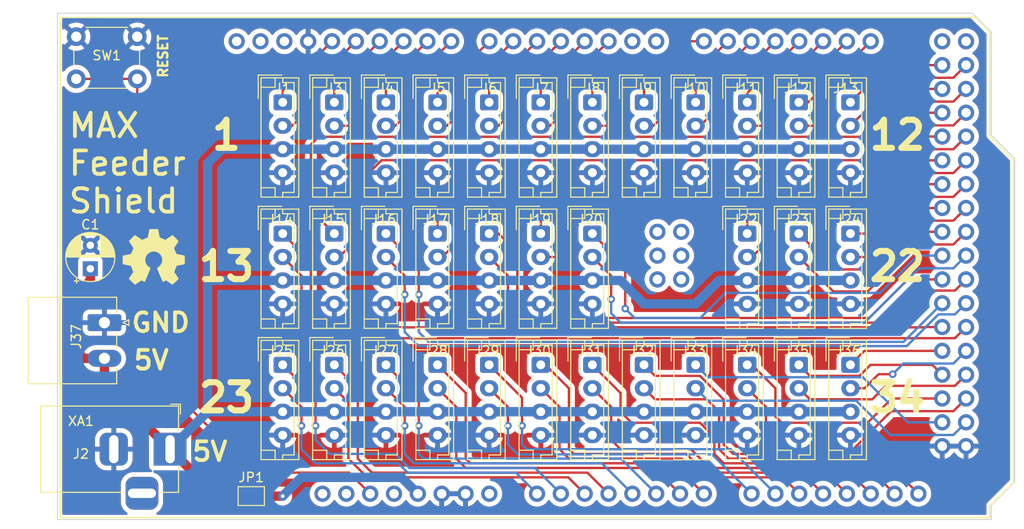
<source format=kicad_pcb>
(kicad_pcb (version 20211014) (generator pcbnew)
  (layers (0 "F.Cu" signal) (31 "B.Cu" signal) (34 "B.Paste" user) (35 "F.Paste" user) (36 "B.SilkS" user "B.Silkscreen") (37 "F.SilkS" user "F.Silkscreen") (38 "B.Mask" user) (39 "F.Mask" user) (44 "Edge.Cuts" user))
  (net 0 "")
  (net 1 "F0")
  (net 2 "S0")
  (net 3 "+5V")
  (net 4 "GND")
  (net 6 "RESET")
  (net 17 "VCC")
  (net 18 "F1")
  (net 19 "S1")
  (net 20 "F2")
  (net 21 "S2")
  (net 22 "F3")
  (net 23 "S3")
  (net 24 "F4")
  (net 25 "S4")
  (net 26 "F5")
  (net 27 "S5")
  (net 28 "F6")
  (net 29 "S6")
  (net 30 "F7")
  (net 31 "S7")
  (net 32 "F8")
  (net 33 "S8")
  (net 34 "F9")
  (net 35 "S9")
  (net 36 "F10")
  (net 37 "S10")
  (net 38 "F11")
  (net 39 "S11")
  (net 40 "F12")
  (net 41 "S12")
  (net 42 "F24")
  (net 43 "S24")
  (net 44 "F13")
  (net 45 "S13")
  (net 46 "F25")
  (net 47 "S25")
  (net 48 "F14")
  (net 49 "S14")
  (net 50 "F26")
  (net 51 "S26")
  (net 52 "F16")
  (net 53 "S16")
  (net 54 "F28")
  (net 55 "S28")
  (net 56 "F17")
  (net 57 "S17")
  (net 58 "F29")
  (net 59 "S29")
  (net 60 "F18")
  (net 61 "S18")
  (net 62 "F30")
  (net 63 "S30")
  (net 64 "F19")
  (net 65 "S19")
  (net 66 "F31")
  (net 67 "S31")
  (net 68 "F20")
  (net 69 "S20")
  (net 70 "F32")
  (net 71 "S32")
  (net 72 "F21")
  (net 73 "S21")
  (net 74 "F33")
  (net 75 "S33")
  (net 76 "F22")
  (net 77 "S22")
  (net 78 "F34")
  (net 79 "S34")
  (net 80 "F23")
  (net 81 "S23")
  (net 88 "S15")
  (net 89 "F15")
  (footprint "Connector_JST:JST_EH_B4B-EH-A_1x04_P2.50mm_Vertical" (layer "F.Cu") (at 146.5 78.5 -90)
    (fp_text reference "J34")
    (fp_text value "Conn_01x04_Male")
  )
  (footprint "Connector_JST:JST_EH_B4B-EH-A_1x04_P2.50mm_Vertical" (layer "F.Cu") (at 130 50.5 -90)
    (fp_text reference "J8")
    (fp_text value "Conn_01x04_Male")
  )
  (footprint "Connector_JST:JST_EH_B4B-EH-A_1x04_P2.50mm_Vertical" (layer "F.Cu") (at 97 78.5 -90)
    (fp_text reference "J25")
    (fp_text value "Conn_01x04_Male")
  )
  (footprint "Connector_BarrelJack:BarrelJack_Horizontal" (layer "F.Cu") (at 85 87.5)
    (fp_text reference "J2")
    (fp_text value "Barrel_Jack_Switch")
  )
  (footprint "Connector_JST:JST_EH_B4B-EH-A_1x04_P2.50mm_Vertical" (layer "F.Cu") (at 113.5 78.5 -90)
    (fp_text reference "J28")
    (fp_text value "Conn_01x04_Male")
  )
  (footprint "Connector_JST:JST_EH_B4B-EH-A_1x04_P2.50mm_Vertical" (layer "F.Cu") (at 152 78.5 -90)
    (fp_text reference "J35")
    (fp_text value "Conn_01x04_Male")
  )
  (footprint "Connector_JST:JST_EH_B4B-EH-A_1x04_P2.50mm_Vertical" (layer "F.Cu") (at 102.5 50.5 -90)
    (fp_text reference "J3")
    (fp_text value "Conn_01x04_Male")
  )
  (footprint "Connector_JST:JST_EH_B4B-EH-A_1x04_P2.50mm_Vertical" (layer "F.Cu") (at 97 50.5 -90)
    (fp_text reference "J1")
    (fp_text value "Conn_01x04_Male")
  )
  (footprint "Connector_JST:JST_EH_B4B-EH-A_1x04_P2.50mm_Vertical" (layer "F.Cu") (at 102.5 78.5 -90)
    (fp_text reference "J26")
    (fp_text value "Conn_01x04_Male")
  )
  (footprint "Connector_JST:JST_EH_B4B-EH-A_1x04_P2.50mm_Vertical" (layer "F.Cu") (at 130 64.5 -90)
    (fp_text reference "J20")
    (fp_text value "Conn_01x04_Male")
  )
  (footprint "Connector_JST:JST_EH_B4B-EH-A_1x04_P2.50mm_Vertical" (layer "F.Cu") (at 146.5 50.5 -90)
    (fp_text reference "J11")
    (fp_text value "Conn_01x04_Male")
  )
  (footprint "Connector_JST:JST_EH_B4B-EH-A_1x04_P2.50mm_Vertical" (layer "F.Cu") (at 157.5 50.5 -90)
    (fp_text reference "J13")
    (fp_text value "Conn_01x04_Male")
  )
  (footprint "Connector_JST:JST_EH_B4B-EH-A_1x04_P2.50mm_Vertical" (layer "F.Cu") (at 135.5 78.5 -90)
    (fp_text reference "J32")
    (fp_text value "Conn_01x04_Male")
  )
  (footprint "Connector_JST:JST_EH_B4B-EH-A_1x04_P2.50mm_Vertical" (layer "F.Cu") (at 119 78.5 -90)
    (fp_text reference "J29")
    (fp_text value "Conn_01x04_Male")
  )
  (footprint "Connector_JST:JST_EH_B4B-EH-A_1x04_P2.50mm_Vertical" (layer "F.Cu") (at 124.5 64.5 -90)
    (fp_text reference "J19")
    (fp_text value "Conn_01x04_Male")
  )
  (footprint "Button_Switch_THT:SW_PUSH_6mm" (layer "F.Cu") (at 81.5 48 180)
    (fp_text reference "SW1")
    (fp_text value "SW_Push_Dual")
  )
  (footprint "Symbol:OSHW-Symbol_6.7x6mm_SilkScreen" (layer "F.Cu") (at 83.25 67)
    (fp_text reference "REF**" hide)
    (fp_text value "OSHW-Symbol_6.7x6mm_SilkScreen" hide)
  )
  (footprint "Connector_JST:JST_EH_B4B-EH-A_1x04_P2.50mm_Vertical" (layer "F.Cu") (at 141 78.5 -90)
    (fp_text reference "J33")
    (fp_text value "Conn_01x04_Male")
  )
  (footprint "Connector_JST:JST_EH_B4B-EH-A_1x04_P2.50mm_Vertical" (layer "F.Cu") (at 146.5 64.5 -90)
    (fp_text reference "J22")
    (fp_text value "Conn_01x04_Male")
  )
  (footprint "Connector_JST:JST_EH_B4B-EH-A_1x04_P2.50mm_Vertical" (layer "F.Cu") (at 119 64.5 -90)
    (fp_text reference "J18")
    (fp_text value "Conn_01x04_Male")
  )
  (footprint "Connector_JST:JST_EH_B4B-EH-A_1x04_P2.50mm_Vertical" (layer "F.Cu") (at 135.5 50.5 -90)
    (fp_text reference "J9")
    (fp_text value "Conn_01x04_Male")
  )
  (footprint "Connector_JST:JST_EH_B4B-EH-A_1x04_P2.50mm_Vertical" (layer "F.Cu") (at 152 64.5 -90)
    (fp_text reference "J23")
    (fp_text value "Conn_01x04_Male")
  )
  (footprint "Connector_JST:JST_EH_B4B-EH-A_1x04_P2.50mm_Vertical" (layer "F.Cu") (at 130 78.5 -90)
    (fp_text reference "J31")
    (fp_text value "Conn_01x04_Male")
  )
  (footprint "Connector_Phoenix_MC:PhoenixContact_MC_1,5_2-G-3.81_1x02_P3.81mm_Horizontal" (layer "F.Cu") (at 78 74 -90)
    (fp_text reference "J37")
    (fp_text value "Screw_Terminal_01x02")
  )
  (footprint "Connector_JST:JST_EH_B4B-EH-A_1x04_P2.50mm_Vertical" (layer "F.Cu") (at 157.5 78.5 -90)
    (fp_text reference "J36")
    (fp_text value "Conn_01x04_Male")
  )
  (footprint "Connector_JST:JST_EH_B4B-EH-A_1x04_P2.50mm_Vertical" (layer "F.Cu") (at 119 50.5 -90)
    (fp_text reference "J6")
    (fp_text value "Conn_01x04_Male")
  )
  (footprint "Arduino2:Arduino_Mega2560_Shield_NO_HOLES" (layer "F.Cu") (at 73.3 94.79)
    (fp_text reference "XA1")
    (fp_text value "Arduino_Mega2560_Shield")
  )
  (footprint "Connector_JST:JST_EH_B4B-EH-A_1x04_P2.50mm_Vertical" (layer "F.Cu") (at 113.5 64.5 -90)
    (fp_text reference "J17")
    (fp_text value "Conn_01x04_Male")
  )
  (footprint "Connector_JST:JST_EH_B4B-EH-A_1x04_P2.50mm_Vertical" (layer "F.Cu") (at 152 50.5 -90)
    (fp_text reference "J12")
    (fp_text value "Conn_01x04_Male")
  )
  (footprint "Connector_JST:JST_EH_B4B-EH-A_1x04_P2.50mm_Vertical" (layer "F.Cu") (at 108 50.5 -90)
    (fp_text reference "J4")
    (fp_text value "Conn_01x04_Male")
  )
  (footprint "Connector_JST:JST_EH_B4B-EH-A_1x04_P2.50mm_Vertical" (layer "F.Cu") (at 108 64.5 -90)
    (fp_text reference "J16")
    (fp_text value "Conn_01x04_Male")
  )
  (footprint "Connector_JST:JST_EH_B4B-EH-A_1x04_P2.50mm_Vertical" (layer "F.Cu") (at 108 78.5 -90)
    (fp_text reference "J27")
    (fp_text value "Conn_01x04_Male")
  )
  (footprint "Connector_JST:JST_EH_B4B-EH-A_1x04_P2.50mm_Vertical" (layer "F.Cu") (at 157.5 64.5 -90)
    (fp_text reference "J24")
    (fp_text value "Conn_01x04_Male")
  )
  (footprint "Connector_JST:JST_EH_B4B-EH-A_1x04_P2.50mm_Vertical" (layer "F.Cu") (at 141 50.5 -90)
    (fp_text reference "J10")
    (fp_text value "Conn_01x04_Male")
  )
  (footprint "Connector_JST:JST_EH_B4B-EH-A_1x04_P2.50mm_Vertical" (layer "F.Cu") (at 124.5 50.5 -90)
    (fp_text reference "J7")
    (fp_text value "Conn_01x04_Male")
  )
  (footprint "Capacitor_THT:CP_Radial_D5.0mm_P2.50mm" (layer "F.Cu") (at 76.5 68.25 90)
    (fp_text reference "C1")
    (fp_text value "10uf")
  )
  (footprint "Connector_JST:JST_EH_B4B-EH-A_1x04_P2.50mm_Vertical" (layer "F.Cu") (at 124.5 78.5 -90)
    (fp_text reference "J30")
    (fp_text value "Conn_01x04_Male")
  )
  (footprint "Connector_JST:JST_EH_B4B-EH-A_1x04_P2.50mm_Vertical" (layer "F.Cu") (at 102.5 64.5 -90)
    (fp_text reference "J15")
    (fp_text value "Conn_01x04_Male")
  )
  (footprint "Connector_JST:JST_EH_B4B-EH-A_1x04_P2.50mm_Vertical" (layer "F.Cu") (at 113.5 50.5 -90)
    (fp_text reference "J5")
    (fp_text value "Conn_01x04_Male")
  )
  (footprint "Connector_JST:JST_EH_B4B-EH-A_1x04_P2.50mm_Vertical" (layer "F.Cu") (at 97 64.5 -90)
    (fp_text reference "J14")
    (fp_text value "Conn_01x04_Male")
  )
  (footprint "Jumper:SolderJumper-2_P1.3mm_Open_Pad1.0x1.5mm" (layer "F.Cu") (at 93.65 92.5 180)
    (fp_text reference "JP1")
    (fp_text value "SolderJumper_2_Open")
  )
  (gr_line (start 170.5 41) (end 73 41) (layer "Edge.Cuts") (width 0.1))
  (gr_line (start 73 41) (end 73 95) (layer "Edge.Cuts") (width 0.1))
  (gr_line (start 172.5 93.5) (end 175 91) (layer "Edge.Cuts") (width 0.1))
  (gr_line (start 172.5 95) (end 172.5 93.5) (layer "Edge.Cuts") (width 0.1))
  (gr_line (start 73 95) (end 172.5 95) (layer "Edge.Cuts") (width 0.1))
  (gr_line (start 172.5 43) (end 170.5 41) (layer "Edge.Cuts") (width 0.1))
  (gr_line (start 175 91) (end 175 56.5) (layer "Edge.Cuts") (width 0.1))
  (gr_line (start 172.5 54) (end 172.5 43) (layer "Edge.Cuts") (width 0.1))
  (gr_line (start 175 56.5) (end 172.5 54) (layer "Edge.Cuts") (width 0.1))
  (gr_text "RESET" (at 84.25 48 90) (layer "F.SilkS") (effects (font (size 1 1) (thickness 0.25)) (justify left)))
  (gr_text "23" (at 91 82) (layer "F.SilkS") (effects (font (size 3 3) (thickness 0.65))))
  (gr_text "22" (at 162.5 68) (layer "F.SilkS") (effects (font (size 3 3) (thickness 0.65))))
  (gr_text "5V" (at 83 78) (layer "F.SilkS") (effects (font (size 2 2) (thickness 0.4))))
  (gr_text "13" (at 91 68) (layer "F.SilkS") (effects (font (size 3 3) (thickness 0.65))))
  (gr_text "GND" (at 84 74) (layer "F.SilkS") (effects (font (size 2 2) (thickness 0.4))))
  (gr_text "34" (at 162.5 82) (layer "F.SilkS") (effects (font (size 3 3) (thickness 0.65))))
  (gr_text "12" (at 162.5 54) (layer "F.SilkS") (effects (font (size 3 3) (thickness 0.65))))
  (gr_text "5V" (at 89.25 87.75) (layer "F.SilkS") (effects (font (size 2 2) (thickness 0.4))))
  (gr_text "1" (at 91 54) (layer "F.SilkS") (effects (font (size 3 3) (thickness 0.65))))
  (gr_text "MAX\nFeeder\nShield" (at 74 57) (layer "F.SilkS") (effects (font (size 2.5 2.5) (thickness 0.4)) (justify left)))
  (segment (start 102.256 43.99) (end 97 49.246) (width 0.25) (layer "F.Cu") (net 1))
  (segment (start 97 49.246) (end 97 50.5) (width 0.25) (layer "F.Cu") (net 1))
  (segment (start 104.796 43.99) (end 99 49.786) (width 0.25) (layer "F.Cu") (net 2))
  (segment (start 99 49.786) (end 99 52) (width 0.25) (layer "F.Cu") (net 2))
  (segment (start 98 53) (end 97 53) (width 0.25) (layer "F.Cu") (net 2))
  (segment (start 99 52) (end 98 53) (width 0.25) (layer "F.Cu") (net 2))
  (segment (start 75 71) (end 75 77) (width 1) (layer "F.Cu") (net 3))
  (segment (start 76.5 68.294888) (end 76.5 69.5) (width 1) (layer "F.Cu") (net 3))
  (segment (start 78 77.81) (end 78 80.5) (width 1) (layer "F.Cu") (net 3))
  (segment (start 75.81 77.81) (end 78 77.81) (width 1) (layer "F.Cu") (net 3))
  (segment (start 76.5 69.5) (end 75 71) (width 1) (layer "F.Cu") (net 3))
  (segment (start 90 92.5) (end 85 87.5) (width 1) (layer "F.Cu") (net 3))
  (segment (start 75 77) (end 75.81 77.81) (width 1) (layer "F.Cu") (net 3))
  (segment (start 93 92.5) (end 90 92.5) (width 1) (layer "F.Cu") (net 3))
  (segment (start 78 80.5) (end 85 87.5) (width 1) (layer "F.Cu") (net 3))
  (segment (start 152 55.5) (end 146.5 55.5) (width 1) (layer "B.Cu") (net 3))
  (segment (start 141 72) (end 135.5 72) (width 1) (layer "B.Cu") (net 3))
  (segment (start 135.5 55.5) (end 130 55.5) (width 1) (layer "B.Cu") (net 3))
  (segment (start 152 69.5) (end 146.5 69.5) (width 1) (layer "B.Cu") (net 3))
  (segment (start 157.5 83.5) (end 152 83.5) (width 1) (layer "B.Cu") (net 3))
  (segment (start 90.5 55.5) (end 89 57) (width 1) (layer "B.Cu") (net 3))
  (segment (start 135.5 72) (end 133 69.5) (width 1) (layer "B.Cu") (net 3))
  (segment (start 133 69.5) (end 130 69.5) (width 1) (layer "B.Cu") (net 3))
  (segment (start 119 69.5) (end 113.5 69.5) (width 1) (layer "B.Cu") (net 3))
  (segment (start 97 55.5) (end 90.5 55.5) (width 1) (layer "B.Cu") (net 3))
  (segment (start 124.5 69.5) (end 119 69.5) (width 1) (layer "B.Cu") (net 3))
  (segment (start 130 83.5) (end 135.5 83.5) (width 1) (layer "B.Cu") (net 3))
  (segment (start 102.5 55.5) (end 97 55.5) (width 1) (layer "B.Cu") (net 3))
  (segment (start 89 57) (end 89 69.5) (width 1) (layer "B.Cu") (net 3))
  (segment (start 146.5 55.5) (end 141 55.5) (width 1) (layer "B.Cu") (net 3))
  (segment (start 130 83.5) (end 124.5 83.5) (width 1) (layer "B.Cu") (net 3))
  (segment (start 108 69.5) (end 102.5 69.5) (width 1) (layer "B.Cu") (net 3))
  (segment (start 141 83.5) (end 146.5 83.5) (width 1) (layer "B.Cu") (net 3))
  (segment (start 124.5 55.5) (end 119 55.5) (width 1) (layer "B.Cu") (net 3))
  (segment (start 97 83.5) (end 89 83.5) (width 1) (layer "B.Cu") (net 3))
  (segment (start 113.5 55.5) (end 108 55.5) (width 1) (layer "B.Cu") (net 3))
  (segment (start 119 55.5) (end 113.5 55.5) (width 1) (layer "B.Cu") (net 3))
  (segment (start 143.5 69.5) (end 141 72) (width 1) (layer "B.Cu") (net 3))
  (segment (start 130 55.5) (end 124.5 55.5) (width 1) (layer "B.Cu") (net 3))
  (segment (start 135.5 83.5) (end 141 83.5) (width 1) (layer "B.Cu") (net 3))
  (segment (start 102.5 83.5) (end 108 83.5) (width 1) (layer "B.Cu") (net 3))
  (segment (start 97 83.5) (end 102.5 83.5) (width 1) (layer "B.Cu") (net 3))
  (segment (start 89 83.5) (end 85 87.5) (width 1) (layer "B.Cu") (net 3))
  (segment (start 119 83.5) (end 124.5 83.5) (width 1) (layer "B.Cu") (net 3))
  (segment (start 113.5 69.5) (end 108 69.5) (width 1) (layer "B.Cu") (net 3))
  (segment (start 102.5 69.5) (end 97 69.5) (width 1) (layer "B.Cu") (net 3))
  (segment (start 108 83.5) (end 113.5 83.5) (width 1) (layer "B.Cu") (net 3))
  (segment (start 157.5 69.5) (end 152 69.5) (width 1) (layer "B.Cu") (net 3))
  (segment (start 97 69.5) (end 89 69.5) (width 1) (layer "B.Cu") (net 3))
  (segment (start 141 55.5) (end 135.5 55.5) (width 1) (layer "B.Cu") (net 3))
  (segment (start 108 55.5) (end 102.5 55.5) (width 1) (layer "B.Cu") (net 3))
  (segment (start 89 69.5) (end 89 83.5) (width 1) (layer "B.Cu") (net 3))
  (segment (start 146.5 83.5) (end 152 83.5) (width 1) (layer "B.Cu") (net 3))
  (segment (start 157.5 55.5) (end 152 55.5) (width 1) (layer "B.Cu") (net 3))
  (segment (start 130 69.5) (end 124.5 69.5) (width 1) (layer "B.Cu") (net 3))
  (segment (start 113.5 83.5) (end 119 83.5) (width 1) (layer "B.Cu") (net 3))
  (segment (start 146.5 69.5) (end 143.5 69.5) (width 1) (layer "B.Cu") (net 3))
  (segment (start 104.07 90) (end 94 90) (width 0.25) (layer "F.Cu") (net 6))
  (segment (start 106.32 92.25) (end 104.07 90) (width 0.25) (layer "F.Cu") (net 6))
  (segment (start 75 48) (end 81.5 48) (width 0.25) (layer "F.Cu") (net 6))
  (segment (start 94 90) (end 81.5 77.5) (width 0.25) (layer "F.Cu") (net 6))
  (segment (start 81.5 77.5) (end 81.5 48) (width 0.25) (layer "F.Cu") (net 6))
  (segment (start 94.3 92.5) (end 97 92.5) (width 1) (layer "F.Cu") (net 17))
  (via (at 97 92.5) (size 0.8) (drill 0.4) (layers "F.Cu" "B.Cu") (net 17))
  (segment (start 109.65 90.5) (end 99 90.5) (width 1) (layer "B.Cu") (net 17))
  (segment (start 111.4 92.25) (end 109.65 90.5) (width 1) (layer "B.Cu") (net 17))
  (segment (start 99 90.5) (end 97 92.5) (width 1) (layer "B.Cu") (net 17))
  (segment (start 102.5 48.826) (end 102.5 50.5) (width 0.25) (layer "F.Cu") (net 18))
  (segment (start 107.336 43.99) (end 102.5 48.826) (width 0.25) (layer "F.Cu") (net 18))
  (segment (start 105 52) (end 104 53) (width 0.25) (layer "F.Cu") (net 19))
  (segment (start 105 48.866) (end 105 52) (width 0.25) (layer "F.Cu") (net 19))
  (segment (start 104 53) (end 102.5 53) (width 0.25) (layer "F.Cu") (net 19))
  (segment (start 109.876 43.99) (end 105 48.866) (width 0.25) (layer "F.Cu") (net 19))
  (segment (start 108 48.406) (end 108 50.5) (width 0.25) (layer "F.Cu") (net 20))
  (segment (start 112.416 43.99) (end 108 48.406) (width 0.25) (layer "F.Cu") (net 20))
  (segment (start 114.956 43.99) (end 110.5 48.446) (width 0.25) (layer "F.Cu") (net 21))
  (segment (start 110.5 48.446) (end 110.5 51.5) (width 0.25) (layer "F.Cu") (net 21))
  (segment (start 110.5 51.5) (end 109 53) (width 0.25) (layer "F.Cu") (net 21))
  (segment (start 109 53) (end 108 53) (width 0.25) (layer "F.Cu") (net 21))
  (segment (start 119.02 43.99) (end 113.5 49.51) (width 0.25) (layer "F.Cu") (net 22))
  (segment (start 113.5 49.51) (end 113.5 50.5) (width 0.25) (layer "F.Cu") (net 22))
  (segment (start 121.56 43.99) (end 116 49.55) (width 0.25) (layer "F.Cu") (net 23))
  (segment (start 116 49.55) (end 116 51.5) (width 0.25) (layer "F.Cu") (net 23))
  (segment (start 114.5 53) (end 113.5 53) (width 0.25) (layer "F.Cu") (net 23))
  (segment (start 116 51.5) (end 114.5 53) (width 0.25) (layer "F.Cu") (net 23))
  (segment (start 124.1 43.99) (end 119 49.09) (width 0.25) (layer "F.Cu") (net 24))
  (segment (start 119 49.09) (end 119 50.5) (width 0.25) (layer "F.Cu") (net 24))
  (segment (start 121.5 49.13) (end 121.5 51.5) (width 0.25) (layer "F.Cu") (net 25))
  (segment (start 120 53) (end 119 53) (width 0.25) (layer "F.Cu") (net 25))
  (segment (start 126.64 43.99) (end 121.5 49.13) (width 0.25) (layer "F.Cu") (net 25))
  (segment (start 121.5 51.5) (end 120 53) (width 0.25) (layer "F.Cu") (net 25))
  (segment (start 129.18 43.99) (end 124.5 48.67) (width 0.25) (layer "F.Cu") (net 26))
  (segment (start 124.5 48.67) (end 124.5 50.5) (width 0.25) (layer "F.Cu") (net 26))
  (segment (start 127 48.71) (end 127 51.5) (width 0.25) (layer "F.Cu") (net 27))
  (segment (start 131.72 43.99) (end 127 48.71) (width 0.25) (layer "F.Cu") (net 27))
  (segment (start 125.5 53) (end 124.5 53) (width 0.25) (layer "F.Cu") (net 27))
  (segment (start 127 51.5) (end 125.5 53) (width 0.25) (layer "F.Cu") (net 27))
  (segment (start 133.5 47) (end 132.5 48) (width 0.25) (layer "F.Cu") (net 28))
  (segment (start 142.41 46) (end 139 46) (width 0.25) (layer "F.Cu") (net 28))
  (segment (start 144.42 43.99) (end 142.41 46) (width 0.25) (layer "F.Cu") (net 28))
  (segment (start 131.5 53) (end 130 53) (width 0.25) (layer "F.Cu") (net 28))
  (segment (start 138 47) (end 133.5 47) (width 0.25) (layer "F.Cu") (net 28))
  (segment (start 132.5 52) (end 131.5 53) (width 0.25) (layer "F.Cu") (net 28))
  (segment (start 139 46) (end 138 47) (width 0.25) (layer "F.Cu") (net 28))
  (segment (start 132.5 48) (end 132.5 52) (width 0.25) (layer "F.Cu") (net 28))
  (segment (start 137.5 46) (end 132 46) (width 0.25) (layer "F.Cu") (net 29))
  (segment (start 130 48) (end 130 50.5) (width 0.25) (layer "F.Cu") (net 29))
  (segment (start 141.88 43.99) (end 139.51 43.99) (width 0.25) (layer "F.Cu") (net 29))
  (segment (start 132 46) (end 130 48) (width 0.25) (layer "F.Cu") (net 29))
  (segment (start 139.51 43.99) (end 137.5 46) (width 0.25) (layer "F.Cu") (net 29))
  (segment (start 138 51.5) (end 136.5 53) (width 0.25) (layer "F.Cu") (net 30))
  (segment (start 147.49 46) (end 146.5 46) (width 0.25) (layer "F.Cu") (net 30))
  (segment (start 138 49.5) (end 138 51.5) (width 0.25) (layer "F.Cu") (net 30))
  (segment (start 139.5 48) (end 138 49.5) (width 0.25) (layer "F.Cu") (net 30))
  (segment (start 146.5 46) (end 144.5 48) (width 0.25) (layer "F.Cu") (net 30))
  (segment (start 149.5 43.99) (end 147.49 46) (width 0.25) (layer "F.Cu") (net 30))
  (segment (start 136.5 53) (end 135.5 53) (width 0.25) (layer "F.Cu") (net 30))
  (segment (start 144.5 48) (end 139.5 48) (width 0.25) (layer "F.Cu") (net 30))
  (segment (start 138.5 48) (end 136 48) (width 0.25) (layer "F.Cu") (net 31))
  (segment (start 135.5 48.5) (end 135.5 50.5) (width 0.25) (layer "F.Cu") (net 31))
  (segment (start 146.96 43.99) (end 143.95 47) (width 0.25) (layer "F.Cu") (net 31))
  (segment (start 139.5 47) (end 138.5 48) (width 0.25) (layer "F.Cu") (net 31))
  (segment (start 143.95 47) (end 139.5 47) (width 0.25) (layer "F.Cu") (net 31))
  (segment (start 136 48) (end 135.5 48.5) (width 0.25) (layer "F.Cu") (net 31))
  (segment (start 141.5 53) (end 141 53) (width 0.25) (layer "F.Cu") (net 32))
  (segment (start 144 49) (end 143.5 49.5) (width 0.25) (layer "F.Cu") (net 32))
  (segment (start 151 46) (end 149.5 47.5) (width 0.25) (layer "F.Cu") (net 32))
  (segment (start 143.5 49.5) (end 143.5 51) (width 0.25) (layer "F.Cu") (net 32))
  (segment (start 149.5 47.5) (end 147 47.5) (width 0.25) (layer "F.Cu") (net 32))
  (segment (start 154.58 43.99) (end 152.57 46) (width 0.25) (layer "F.Cu") (net 32))
  (segment (start 147 47.5) (end 145.5 49) (width 0.25) (layer "F.Cu") (net 32))
  (segment (start 145.5 49) (end 144 49) (width 0.25) (layer "F.Cu") (net 32))
  (segment (start 143.5 51) (end 141.5 53) (width 0.25) (layer "F.Cu") (net 32))
  (segment (start 152.57 46) (end 151 46) (width 0.25) (layer "F.Cu") (net 32))
  (segment (start 147 46.5) (end 145 48.5) (width 0.25) (layer "F.Cu") (net 33))
  (segment (start 149.53 46.5) (end 147 46.5) (width 0.25) (layer "F.Cu") (net 33))
  (segment (start 152.04 43.99) (end 149.53 46.5) (width 0.25) (layer "F.Cu") (net 33))
  (segment (start 145 48.5) (end 141.5 48.5) (width 0.25) (layer "F.Cu") (net 33))
  (segment (start 141.5 48.5) (end 141 49) (width 0.25) (layer "F.Cu") (net 33))
  (segment (start 141 49) (end 141 50.5) (width 0.25) (layer "F.Cu") (net 33))
  (segment (start 151.5 47) (end 150 48.5) (width 0.25) (layer "F.Cu") (net 34))
  (segment (start 154.11 47) (end 151.5 47) (width 0.25) (layer "F.Cu") (net 34))
  (segment (start 147.5 48.5) (end 146.5 49.5) (width 0.25) (layer "F.Cu") (net 34))
  (segment (start 146.5 49.5) (end 146.5 50.5) (width 0.25) (layer "F.Cu") (net 34))
  (segment (start 150 48.5) (end 147.5 48.5) (width 0.25) (layer "F.Cu") (net 34))
  (segment (start 157.12 43.99) (end 154.11 47) (width 0.25) (layer "F.Cu") (net 34))
  (segment (start 149 50.5) (end 149 52) (width 0.25) (layer "F.Cu") (net 35))
  (segment (start 148 53) (end 146.5 53) (width 0.25) (layer "F.Cu") (net 35))
  (segment (start 149 52) (end 148 53) (width 0.25) (layer "F.Cu") (net 35))
  (segment (start 157.65 46) (end 156.5 46) (width 0.25) (layer "F.Cu") (net 35))
  (segment (start 159.66 43.99) (end 157.65 46) (width 0.25) (layer "F.Cu") (net 35))
  (segment (start 151.5 48) (end 149 50.5) (width 0.25) (layer "F.Cu") (net 35))
  (segment (start 154.5 48) (end 151.5 48) (width 0.25) (layer "F.Cu") (net 35))
  (segment (start 156.5 46) (end 154.5 48) (width 0.25) (layer "F.Cu") (net 35))
  (segment (start 153 50.5) (end 152 50.5) (width 0.25) (layer "F.Cu") (net 36))
  (segment (start 167.28 46.53) (end 156.97 46.53) (width 0.25) (layer "F.Cu") (net 36))
  (segment (start 156.97 46.53) (end 153 50.5) (width 0.25) (layer "F.Cu") (net 36))
  (segment (start 168.468111 47.881889) (end 157.118111 47.881889) (width 0.25) (layer "F.Cu") (net 37))
  (segment (start 154.5 50.5) (end 154.5 52.5) (width 0.25) (layer "F.Cu") (net 37))
  (segment (start 154 53) (end 152 53) (width 0.25) (layer "F.Cu") (net 37))
  (segment (start 157.118111 47.881889) (end 154.5 50.5) (width 0.25) (layer "F.Cu") (net 37))
  (segment (start 169.82 46.53) (end 168.468111 47.881889) (width 0.25) (layer "F.Cu") (net 37))
  (segment (start 154.5 52.5) (end 154 53) (width 0.25) (layer "F.Cu") (net 37))
  (segment (start 167.28 49.07) (end 158.93 49.07) (width 0.25) (layer "F.Cu") (net 38))
  (segment (start 158.93 49.07) (end 157.5 50.5) (width 0.25) (layer "F.Cu") (net 38))
  (segment (start 160.078111 50.421889) (end 157.5 53) (width 0.25) (layer "F.Cu") (net 39))
  (segment (start 168.468111 50.421889) (end 160.078111 50.421889) (width 0.25) (layer "F.Cu") (net 39))
  (segment (start 169.82 49.07) (end 168.468111 50.421889) (width 0.25) (layer "F.Cu") (net 39))
  (segment (start 165.5 74.5) (end 165.53 74.47) (width 0.25) (layer "F.Cu") (net 40))
  (segment (start 100.5 74.5) (end 165.5 74.5) (width 0.25) (layer "F.Cu") (net 40))
  (segment (start 165.53 74.47) (end 167.28 74.47) (width 0.25) (layer "F.Cu") (net 40))
  (segment (start 100 74) (end 100 67.5) (width 0.25) (layer "F.Cu") (net 40))
  (segment (start 100 67.5) (end 97 64.5) (width 0.25) (layer "F.Cu") (net 40))
  (segment (start 100 74) (end 100.5 74.5) (width 0.25) (layer "F.Cu") (net 40))
  (segment (start 99 74) (end 99 69) (width 0.25) (layer "F.Cu") (net 41))
  (segment (start 100.658111 75.658111) (end 99 74) (width 0.25) (layer "F.Cu") (net 41))
  (segment (start 169.82 74.47) (end 168.631889 75.658111) (width 0.25) (layer "F.Cu") (net 41))
  (segment (start 99 69) (end 97 67) (width 0.25) (layer "F.Cu") (net 41))
  (segment (start 168.631889 75.658111) (end 100.658111 75.658111) (width 0.25) (layer "F.Cu") (net 41))
  (segment (start 100.82548 54.17452) (end 100 55) (width 0.25) (layer "F.Cu") (net 42))
  (segment (start 167.28 51.61) (end 161.56452 51.61) (width 0.25) (layer "F.Cu") (net 42))
  (segment (start 100.82548 54.17452) (end 159 54.17452) (width 0.25) (layer "F.Cu") (net 42))
  (segment (start 100 62) (end 102.5 64.5) (width 0.25) (layer "F.Cu") (net 42))
  (segment (start 100 55) (end 100 62) (width 0.25) (layer "F.Cu") (net 42))
  (segment (start 161.56452 51.61) (end 159 54.17452) (width 0.25) (layer "F.Cu") (net 42))
  (segment (start 103 67) (end 102.5 67) (width 0.25) (layer "F.Cu") (net 43))
  (segment (start 169.82 51.61) (end 168.468111 52.961889) (width 0.25) (layer "F.Cu") (net 43))
  (segment (start 168.468111 52.961889) (end 162.538111 52.961889) (width 0.25) (layer "F.Cu") (net 43))
  (segment (start 158.82548 56.67452) (end 107.539458 56.67452) (width 0.25) (layer "F.Cu") (net 43))
  (segment (start 162.538111 52.961889) (end 158.82548 56.67452) (width 0.25) (layer "F.Cu") (net 43))
  (segment (start 105 65) (end 103 67) (width 0.25) (layer "F.Cu") (net 43))
  (segment (start 105 59.213978) (end 105 65) (width 0.25) (layer "F.Cu") (net 43))
  (segment (start 107.539458 56.67452) (end 105 59.213978) (width 0.25) (layer "F.Cu") (net 43))
  (segment (start 108 64.5) (end 111.5 68) (width 0.25) (layer "F.Cu") (net 44))
  (segment (start 111.5 68) (end 111.5 70.5) (width 0.25) (layer "F.Cu") (net 44))
  (segment (start 111.5 70.5) (end 111.5 71) (width 0.25) (layer "F.Cu") (net 44))
  (via (at 111.5 71) (size 0.8) (drill 0.4) (layers "F.Cu" "B.Cu") (net 44))
  (segment (start 167.28 71.93) (end 163.15952 76.05048) (width 0.25) (layer "B.Cu") (net 44))
  (segment (start 111.5 75) (end 111.5 71) (width 0.25) (layer "B.Cu") (net 44))
  (segment (start 112.55048 76.05048) (end 111.5 75) (width 0.25) (layer "B.Cu") (net 44))
  (segment (start 163.15952 76.05048) (end 112.55048 76.05048) (width 0.25) (layer "B.Cu") (net 44))
  (segment (start 110 69) (end 110 71) (width 0.25) (layer "F.Cu") (net 45))
  (segment (start 108 67) (end 110 69) (width 0.25) (layer "F.Cu") (net 45))
  (via (at 110 71) (size 0.8) (drill 0.4) (layers "F.Cu" "B.Cu") (net 45))
  (segment (start 163.5 76.5) (end 111.5 76.5) (width 0.25) (layer "B.Cu") (net 45))
  (segment (start 168.631889 73.118111) (end 166.881889 73.118111) (width 0.25) (layer "B.Cu") (net 45))
  (segment (start 110 75) (end 110 71) (width 0.25) (layer "B.Cu") (net 45))
  (segment (start 166.881889 73.118111) (end 163.5 76.5) (width 0.25) (layer "B.Cu") (net 45))
  (segment (start 169.82 71.93) (end 168.631889 73.118111) (width 0.25) (layer "B.Cu") (net 45))
  (segment (start 111.5 76.5) (end 110 75) (width 0.25) (layer "B.Cu") (net 45))
  (segment (start 167.28 54.15) (end 163.85 54.15) (width 0.25) (layer "F.Cu") (net 46))
  (segment (start 115.5 59.5) (end 113.5 61.5) (width 0.25) (layer "F.Cu") (net 46))
  (segment (start 113.5 61.5) (end 113.5 64.5) (width 0.25) (layer "F.Cu") (net 46))
  (segment (start 163.85 54.15) (end 158.5 59.5) (width 0.25) (layer "F.Cu") (net 46))
  (segment (start 158.5 59.5) (end 115.5 59.5) (width 0.25) (layer "F.Cu") (net 46))
  (segment (start 115.5 65.5) (end 114 67) (width 0.25) (layer "F.Cu") (net 47))
  (segment (start 168.468111 55.501889) (end 163.498111 55.501889) (width 0.25) (layer "F.Cu") (net 47))
  (segment (start 115.5 61.5) (end 115.5 65.5) (width 0.25) (layer "F.Cu") (net 47))
  (segment (start 169.82 54.15) (end 168.468111 55.501889) (width 0.25) (layer "F.Cu") (net 47))
  (segment (start 158.5 60.5) (end 116.5 60.5) (width 0.25) (layer "F.Cu") (net 47))
  (segment (start 116.5 60.5) (end 115.5 61.5) (width 0.25) (layer "F.Cu") (net 47))
  (segment (start 114 67) (end 113.5 67) (width 0.25) (layer "F.Cu") (net 47))
  (segment (start 163.498111 55.501889) (end 158.5 60.5) (width 0.25) (layer "F.Cu") (net 47))
  (segment (start 119 64.5) (end 120 64.5) (width 0.25) (layer "F.Cu") (net 48))
  (segment (start 166.919551 69.39) (end 166.919551 69.580449) (width 0.25) (layer "F.Cu") (net 48))
  (segment (start 167.28 69.39) (end 166.919551 69.39) (width 0.25) (layer "F.Cu") (net 48))
  (segment (start 159.5 73.5) (end 163.61 69.39) (width 0.25) (layer "F.Cu") (net 48))
  (segment (start 120 64.5) (end 122 66.5) (width 0.25) (layer "F.Cu") (net 48))
  (segment (start 163.61 69.39) (end 167.28 69.39) (width 0.25) (layer "F.Cu") (net 48))
  (segment (start 122 73) (end 122.5 73.5) (width 0.25) (layer "F.Cu") (net 48))
  (segment (start 122 66.5) (end 122 73) (width 0.25) (layer "F.Cu") (net 48))
  (segment (start 122.5 73.5) (end 159.5 73.5) (width 0.25) (layer "F.Cu") (net 48))
  (segment (start 121 69) (end 121 73.5) (width 0.25) (layer "F.Cu") (net 49))
  (segment (start 119 67) (end 121 69) (width 0.25) (layer "F.Cu") (net 49))
  (segment (start 168.631889 70.578111) (end 169.82 69.39) (width 0.25) (layer "F.Cu") (net 49))
  (segment (start 121 73.5) (end 121.5 74) (width 0.25) (layer "F.Cu") (net 49))
  (segment (start 161.5 74) (end 164.921889 70.578111) (width 0.25) (layer "F.Cu") (net 49))
  (segment (start 121.5 74) (end 161.5 74) (width 0.25) (layer "F.Cu") (net 49))
  (segment (start 164.921889 70.578111) (end 168.631889 70.578111) (width 0.25) (layer "F.Cu") (net 49))
  (segment (start 124.5 62) (end 124.5 64.5) (width 0.25) (layer "F.Cu") (net 50))
  (segment (start 125.5 61) (end 124.5 62) (width 0.25) (layer "F.Cu") (net 50))
  (segment (start 163.31 56.69) (end 159 61) (width 0.25) (layer "F.Cu") (net 50))
  (segment (start 159 61) (end 125.5 61) (width 0.25) (layer "F.Cu") (net 50))
  (segment (start 167.28 56.69) (end 163.31 56.69) (width 0.25) (layer "F.Cu") (net 50))
  (segment (start 159.5 61.5) (end 129 61.5) (width 0.25) (layer "F.Cu") (net 51))
  (segment (start 126 67) (end 124.5 67) (width 0.25) (layer "F.Cu") (net 51))
  (segment (start 127 66) (end 126 67) (width 0.25) (layer "F.Cu") (net 51))
  (segment (start 127 63.5) (end 127 66) (width 0.25) (layer "F.Cu") (net 51))
  (segment (start 169.82 56.69) (end 168.468111 58.041889) (width 0.25) (layer "F.Cu") (net 51))
  (segment (start 162.958111 58.041889) (end 159.5 61.5) (width 0.25) (layer "F.Cu") (net 51))
  (segment (start 129 61.5) (end 127 63.5) (width 0.25) (layer "F.Cu") (net 51))
  (segment (start 168.468111 58.041889) (end 162.958111 58.041889) (width 0.25) (layer "F.Cu") (net 51))
  (segment (start 167.28 59.23) (end 162.77 59.23) (width 0.25) (layer "F.Cu") (net 52))
  (segment (start 160 62) (end 147 62) (width 0.25) (layer "F.Cu") (net 52))
  (segment (start 162.77 59.23) (end 160 62) (width 0.25) (layer "F.Cu") (net 52))
  (segment (start 147 62) (end 146.5 62.5) (width 0.25) (layer "F.Cu") (net 52))
  (segment (start 146.5 62.5) (end 146.5 64.5) (width 0.25) (layer "F.Cu") (net 52))
  (segment (start 168.468111 60.581889) (end 162.418111 60.581889) (width 0.25) (layer "F.Cu") (net 53))
  (segment (start 149 63) (end 149 65) (width 0.25) (layer "F.Cu") (net 53))
  (segment (start 162.418111 60.581889) (end 160.5 62.5) (width 0.25) (layer "F.Cu") (net 53))
  (segment (start 149 65) (end 147 67) (width 0.25) (layer "F.Cu") (net 53))
  (segment (start 169.82 59.23) (end 168.468111 60.581889) (width 0.25) (layer "F.Cu") (net 53))
  (segment (start 160.5 62.5) (end 149.5 62.5) (width 0.25) (layer "F.Cu") (net 53))
  (segment (start 147 67) (end 146.5 67) (width 0.25) (layer "F.Cu") (net 53))
  (segment (start 149.5 62.5) (end 149 63) (width 0.25) (layer "F.Cu") (net 53))
  (segment (start 159.67452 68.32548) (end 155.82548 68.32548) (width 0.25) (layer "F.Cu") (net 54))
  (segment (start 163.69 64.31) (end 159.67452 68.32548) (width 0.25) (layer "F.Cu") (net 54))
  (segment (start 167.28 64.31) (end 163.69 64.31) (width 0.25) (layer "F.Cu") (net 54))
  (segment (start 155.82548 68.32548) (end 152 64.5) (width 0.25) (layer "F.Cu") (net 54))
  (segment (start 168.468111 65.661889) (end 164.338111 65.661889) (width 0.25) (layer "F.Cu") (net 55))
  (segment (start 169.82 64.31) (end 168.468111 65.661889) (width 0.25) (layer "F.Cu") (net 55))
  (segment (start 155.67452 70.67452) (end 152 67) (width 0.25) (layer "F.Cu") (net 55))
  (segment (start 159.32548 70.67452) (end 155.67452 70.67452) (width 0.25) (layer "F.Cu") (net 55))
  (segment (start 164.338111 65.661889) (end 159.32548 70.67452) (width 0.25) (layer "F.Cu") (net 55))
  (segment (start 167.28 61.77) (end 162.23 61.77) (width 0.25) (layer "F.Cu") (net 56))
  (segment (start 157.5 64.5) (end 159.5 64.5) (width 0.25) (layer "F.Cu") (net 56))
  (segment (start 162.23 61.77) (end 159.5 64.5) (width 0.25) (layer "F.Cu") (net 56))
  (segment (start 168.468111 63.121889) (end 162.878111 63.121889) (width 0.25) (layer "F.Cu") (net 57))
  (segment (start 159 67) (end 157.5 67) (width 0.25) (layer "F.Cu") (net 57))
  (segment (start 169.82 61.77) (end 168.468111 63.121889) (width 0.25) (layer "F.Cu") (net 57))
  (segment (start 162.878111 63.121889) (end 159 67) (width 0.25) (layer "F.Cu") (net 57))
  (segment (start 97 78.5) (end 100.5 82) (width 0.25) (layer "F.Cu") (net 58))
  (segment (start 100.5 82) (end 100.5 85) (width 0.25) (layer "F.Cu") (net 58))
  (via (at 100.5 85) (size 0.8) (drill 0.4) (layers "F.Cu" "B.Cu") (net 58))
  (segment (start 123.89 89.5) (end 110.5 89.5) (width 0.25) (layer "B.Cu") (net 58))
  (segment (start 110.5 89.5) (end 109 88) (width 0.25) (layer "B.Cu") (net 58))
  (segment (start 109 88) (end 102 88) (width 0.25) (layer "B.Cu") (net 58))
  (segment (start 102 88) (end 100.5 86.5) (width 0.25) (layer "B.Cu") (net 58))
  (segment (start 126.64 92.25) (end 123.89 89.5) (width 0.25) (layer "B.Cu") (net 58))
  (segment (start 100.5 86.5) (end 100.5 85) (width 0.25) (layer "B.Cu") (net 58))
  (segment (start 97 81) (end 99 83) (width 0.25) (layer "F.Cu") (net 59))
  (segment (start 99 83) (end 99 85) (width 0.25) (layer "F.Cu") (net 59))
  (via (at 99 85) (size 0.8) (drill 0.4) (layers "F.Cu" "B.Cu") (net 59))
  (segment (start 121.85 90) (end 110.316048 90) (width 0.25) (layer "B.Cu") (net 59))
  (segment (start 110.316048 90) (end 109.316048 89) (width 0.25) (layer "B.Cu") (net 59))
  (segment (start 124.1 92.25) (end 121.85 90) (width 0.25) (layer "B.Cu") (net 59))
  (segment (start 100.5 89) (end 99 87.5) (width 0.25) (layer "B.Cu") (net 59))
  (segment (start 109.316048 89) (end 100.5 89) (width 0.25) (layer "B.Cu") (net 59))
  (segment (start 99 87.5) (end 99 85) (width 0.25) (layer "B.Cu") (net 59))
  (segment (start 131.72 92.25) (end 129.47 90) (width 0.25) (layer "F.Cu") (net 60))
  (segment (start 105 88.5) (end 105 81) (width 0.25) (layer "F.Cu") (net 60))
  (segment (start 106.5 90) (end 105 88.5) (width 0.25) (layer "F.Cu") (net 60))
  (segment (start 105 81) (end 102.5 78.5) (width 0.25) (layer "F.Cu") (net 60))
  (segment (start 129.47 90) (end 106.5 90) (width 0.25) (layer "F.Cu") (net 60))
  (segment (start 127.43 90.5) (end 106 90.5) (width 0.25) (layer "F.Cu") (net 61))
  (segment (start 129.18 92.25) (end 127.43 90.5) (width 0.25) (layer "F.Cu") (net 61))
  (segment (start 104 82.5) (end 102.5 81) (width 0.25) (layer "F.Cu") (net 61))
  (segment (start 104 88.5) (end 104 82.5) (width 0.25) (layer "F.Cu") (net 61))
  (segment (start 106 90.5) (end 104 88.5) (width 0.25) (layer "F.Cu") (net 61))
  (segment (start 108 78.5) (end 111.5 82) (width 0.25) (layer "F.Cu") (net 62))
  (segment (start 111.5 82) (end 111.5 85) (width 0.25) (layer "F.Cu") (net 62))
  (via (at 111.5 85) (size 0.8) (drill 0.4) (layers "F.Cu" "B.Cu") (net 62))
  (segment (start 112 88.5) (end 111.5 88) (width 0.25) (layer "B.Cu") (net 62))
  (segment (start 122.5 88.5) (end 112 88.5) (width 0.25) (layer "B.Cu") (net 62))
  (segment (start 111.5 88) (end 111.5 85) (width 0.25) (layer "B.Cu") (net 62))
  (segment (start 133.05 88.5) (end 122.5 88.5) (width 0.25) (layer "B.Cu") (net 62))
  (segment (start 136.8 92.25) (end 133.05 88.5) (width 0.25) (layer "B.Cu") (net 62))
  (segment (start 108 81) (end 110 83) (width 0.25) (layer "F.Cu") (net 63))
  (segment (start 110 83) (end 110 85) (width 0.25) (layer "F.Cu") (net 63))
  (via (at 110 85) (size 0.8) (drill 0.4) (layers "F.Cu" "B.Cu") (net 63))
  (segment (start 111 89) (end 110 88) (width 0.25) (layer "B.Cu") (net 63))
  (segment (start 110 87.5) (end 110 85) (width 0.25) (layer "B.Cu") (net 63))
  (segment (start 112.5 89) (end 111 89) (width 0.25) (layer "B.Cu") (net 63))
  (segment (start 110 88) (end 110 87.5) (width 0.25) (layer "B.Cu") (net 63))
  (segment (start 131.01 89) (end 112.5 89) (width 0.25) (layer "B.Cu") (net 63))
  (segment (start 134.26 92.25) (end 131.01 89) (width 0.25) (layer "B.Cu") (net 63))
  (segment (start 116.5 88.5) (end 116.5 81.5) (width 0.25) (layer "F.Cu") (net 64))
  (segment (start 117 89) (end 116.5 88.5) (width 0.25) (layer "F.Cu") (net 64))
  (segment (start 116.5 81.5) (end 113.5 78.5) (width 0.25) (layer "F.Cu") (net 64))
  (segment (start 141.88 92.25) (end 138.63 89) (width 0.25) (layer "F.Cu") (net 64))
  (segment (start 138.63 89) (end 117 89) (width 0.25) (layer "F.Cu") (net 64))
  (segment (start 116.5 89.5) (end 115.5 88.5) (width 0.25) (layer "F.Cu") (net 65))
  (segment (start 136.59 89.5) (end 116.5 89.5) (width 0.25) (layer "F.Cu") (net 65))
  (segment (start 139.34 92.25) (end 136.59 89.5) (width 0.25) (layer "F.Cu") (net 65))
  (segment (start 115.5 83) (end 113.5 81) (width 0.25) (layer "F.Cu") (net 65))
  (segment (start 115.5 88.5) (end 115.5 83) (width 0.25) (layer "F.Cu") (net 65))
  (segment (start 119 78.5) (end 122.5 82) (width 0.25) (layer "F.Cu") (net 66))
  (segment (start 122.5 82) (end 122.5 85) (width 0.25) (layer "F.Cu") (net 66))
  (via (at 122.5 85) (size 0.8) (drill 0.4) (layers "F.Cu" "B.Cu") (net 66))
  (segment (start 122.5 87) (end 122.5 85) (width 0.25) (layer "B.Cu") (net 66))
  (segment (start 144.75 87.5) (end 123 87.5) (width 0.25) (layer "B.Cu") (net 66))
  (segment (start 149.5 92.25) (end 144.75 87.5) (width 0.25) (layer "B.Cu") (net 66))
  (segment (start 123 87.5) (end 122.5 87) (width 0.25) (layer "B.Cu") (net 66))
  (segment (start 121 83) (end 121 85) (width 0.25) (layer "F.Cu") (net 67))
  (segment (start 119 81) (end 121 83) (width 0.25) (layer "F.Cu") (net 67))
  (via (at 121 85) (size 0.8) (drill 0.4) (layers "F.Cu" "B.Cu") (net 67))
  (segment (start 146.96 92.25) (end 142.76048 88.05048) (width 0.25) (layer "B.Cu") (net 67))
  (segment (start 142.76048 88.05048) (end 122.05048 88.05048) (width 0.25) (layer "B.Cu") (net 67))
  (segment (start 121 87) (end 121 85) (width 0.25) (layer "B.Cu") (net 67))
  (segment (start 122.05048 88.05048) (end 121 87) (width 0.25) (layer "B.Cu") (net 67))
  (segment (start 125 78.5) (end 127.5 81) (width 0.25) (layer "F.Cu") (net 68))
  (segment (start 128 88) (end 140 88) (width 0.25) (layer "F.Cu") (net 68))
  (segment (start 124.5 78.5) (end 125 78.5) (width 0.25) (layer "F.Cu") (net 68))
  (segment (start 127.5 87.5) (end 128 88) (width 0.25) (layer "F.Cu") (net 68))
  (segment (start 142 90) (end 152.33 90) (width 0.25) (layer "F.Cu") (net 68))
  (segment (start 152.33 90) (end 154.58 92.25) (width 0.25) (layer "F.Cu") (net 68))
  (segment (start 140 88) (end 142 90) (width 0.25) (layer "F.Cu") (net 68))
  (segment (start 127.5 81) (end 127.5 87.5) (width 0.25) (layer "F.Cu") (net 68))
  (segment (start 126.5 83) (end 124.5 81) (width 0.25) (layer "F.Cu") (net 69))
  (segment (start 139.5 88.5) (end 127.5 88.5) (width 0.25) (layer "F.Cu") (net 69))
  (segment (start 126.5 87.5) (end 126.5 83) (width 0.25) (layer "F.Cu") (net 69))
  (segment (start 150.29 90.5) (end 141.5 90.5) (width 0.25) (layer "F.Cu") (net 69))
  (segment (start 141.5 90.5) (end 139.5 88.5) (width 0.25) (layer "F.Cu") (net 69))
  (segment (start 152.04 92.25) (end 150.29 90.5) (width 0.25) (layer "F.Cu") (net 69))
  (segment (start 127.5 88.5) (end 126.5 87.5) (width 0.25) (layer "F.Cu") (net 69))
  (segment (start 133 81.5) (end 133 83.5) (width 0.25) (layer "F.Cu") (net 70))
  (segment (start 143 86.213978) (end 143 88) (width 0.25) (layer "F.Cu") (net 70))
  (segment (start 133 83.5) (end 134.17452 84.67452) (width 0.25) (layer "F.Cu") (net 70))
  (segment (start 144 89) (end 156.41 89) (width 0.25) (layer "F.Cu") (net 70))
  (segment (start 156.41 89) (end 159.66 92.25) (width 0.25) (layer "F.Cu") (net 70))
  (segment (start 130 78.5) (end 133 81.5) (width 0.25) (layer "F.Cu") (net 70))
  (segment (start 143 88) (end 144 89) (width 0.25) (layer "F.Cu") (net 70))
  (segment (start 134.17452 84.67452) (end 141.460542 84.67452) (width 0.25) (layer "F.Cu") (net 70))
  (segment (start 141.460542 84.67452) (end 143 86.213978) (width 0.25) (layer "F.Cu") (net 70))
  (segment (start 132 86.5) (end 132 83) (width 0.25) (layer "F.Cu") (net 71))
  (segment (start 142.5 89.5) (end 140.5 87.5) (width 0.25) (layer "F.Cu") (net 71))
  (segment (start 154.37 89.5) (end 142.5 89.5) (width 0.25) (layer "F.Cu") (net 71))
  (segment (start 157.12 92.25) (end 154.37 89.5) (width 0.25) (layer "F.Cu") (net 71))
  (segment (start 132 83) (end 130 81) (width 0.25) (layer "F.Cu") (net 71))
  (segment (start 133 87.5) (end 132 86.5) (width 0.25) (layer "F.Cu") (net 71))
  (segment (start 140.5 87.5) (end 133 87.5) (width 0.25) (layer "F.Cu") (net 71))
  (segment (start 145 88) (end 144 87) (width 0.25) (layer "F.Cu") (net 72))
  (segment (start 144 87) (end 144 82.213978) (width 0.25) (layer "F.Cu") (net 72))
  (segment (start 160.49 88) (end 145 88) (width 0.25) (layer "F.Cu") (net 72))
  (segment (start 144 82.213978) (end 141.460542 79.67452) (width 0.25) (layer "F.Cu") (net 72))
  (segment (start 136.67452 79.67452) (end 135.5 78.5) (width 0.25) (layer "F.Cu") (net 72))
  (segment (start 141.460542 79.67452) (end 136.67452 79.67452) (width 0.25) (layer "F.Cu") (net 72))
  (segment (start 164.74 92.25) (end 160.49 88) (width 0.25) (layer "F.Cu") (net 72))
  (segment (start 144.5 88.5) (end 143.5 87.5) (width 0.25) (layer "F.Cu") (net 73))
  (segment (start 142.17452 82.17452) (end 136.67452 82.17452) (width 0.25) (layer "F.Cu") (net 73))
  (segment (start 143.5 83.5) (end 142.17452 82.17452) (width 0.25) (layer "F.Cu") (net 73))
  (segment (start 162.2 92.25) (end 158.45 88.5) (width 0.25) (layer "F.Cu") (net 73))
  (segment (start 158.45 88.5) (end 144.5 88.5) (width 0.25) (layer "F.Cu") (net 73))
  (segment (start 143.5 87.5) (end 143.5 83.5) (width 0.25) (layer "F.Cu") (net 73))
  (segment (start 136.67452 82.17452) (end 135.5 81) (width 0.25) (layer "F.Cu") (net 73))
  (segment (start 167.28 84.63) (end 163.63 84.63) (width 0.25) (layer "B.Cu") (net 74))
  (segment (start 142.32548 79.82548) (end 141 78.5) (width 0.25) (layer "B.Cu") (net 74))
  (segment (start 163.63 84.63) (end 158.82548 79.82548) (width 0.25) (layer "B.Cu") (net 74))
  (segment (start 158.82548 79.82548) (end 142.32548 79.82548) (width 0.25) (layer "B.Cu") (net 74))
  (segment (start 161.767911 85.981889) (end 158.111502 82.32548) (width 0.25) (layer "B.Cu") (net 75))
  (segment (start 142.32548 82.32548) (end 141 81) (width 0.25) (layer "B.Cu") (net 75))
  (segment (start 169.82 84.63) (end 168.468111 85.981889) (width 0.25) (layer "B.Cu") (net 75))
  (segment (start 168.468111 85.981889) (end 161.767911 85.981889) (width 0.25) (layer "B.Cu") (net 75))
  (segment (start 158.111502 82.32548) (end 142.32548 82.32548) (width 0.25) (layer "B.Cu") (net 75))
  (segment (start 167.28 82.09) (end 161.91 82.09) (width 0.25) (layer "F.Cu") (net 76))
  (segment (start 161.91 82.09) (end 159.32548 84.67452) (width 0.25) (layer "F.Cu") (net 76))
  (segment (start 147 78.5) (end 146.5 78.5) (width 0.25) (layer "F.Cu") (net 76))
  (segment (start 150.17452 84.67452) (end 149.5 84) (width 0.25) (layer "F.Cu") (net 76))
  (segment (start 149.5 81) (end 147 78.5) (width 0.25) (layer "F.Cu") (net 76))
  (segment (start 159.32548 84.67452) (end 150.17452 84.67452) (width 0.25) (layer "F.Cu") (net 76))
  (segment (start 149.5 84) (end 149.5 81) (width 0.25) (layer "F.Cu") (net 76))
  (segment (start 148.5 86.5) (end 148.5 83) (width 0.25) (layer "F.Cu") (net 77))
  (segment (start 169.82 82.09) (end 168.468111 83.441889) (width 0.25) (layer "F.Cu") (net 77))
  (segment (start 161.844133 83.441889) (end 157.786022 87.5) (width 0.25) (layer "F.Cu") (net 77))
  (segment (start 157.786022 87.5) (end 149.5 87.5) (width 0.25) (layer "F.Cu") (net 77))
  (segment (start 149.5 87.5) (end 148.5 86.5) (width 0.25) (layer "F.Cu") (net 77))
  (segment (start 168.468111 83.441889) (end 161.844133 83.441889) (width 0.25) (layer "F.Cu") (net 77))
  (segment (start 148.5 83) (end 146.5 81) (width 0.25) (layer "F.Cu") (net 77))
  (segment (start 167.28 79.55) (end 167.15548 79.67452) (width 0.25) (layer "F.Cu") (net 78))
  (segment (start 158.462973 79.67452) (end 159.637493 78.5) (width 0.25) (layer "F.Cu") (net 78))
  (segment (start 166.23 78.5) (end 167.28 79.55) (width 0.25) (layer "F.Cu") (net 78))
  (segment (start 159.637493 78.5) (end 166.23 78.5) (width 0.25) (layer "F.Cu") (net 78))
  (segment (start 153.17452 79.67452) (end 152 78.5) (width 0.25) (layer "F.Cu") (net 78))
  (segment (start 153.17452 79.67452) (end 158.462973 79.67452) (width 0.25) (layer "F.Cu") (net 78))
  (segment (start 169.82 79.55) (end 168.631889 80.738111) (width 0.25) (layer "F.Cu") (net 79))
  (segment (start 161.261889 80.738111) (end 159.82548 82.17452) (width 0.25) (layer "F.Cu") (net 79))
  (segment (start 168.631889 80.738111) (end 161.261889 80.738111) (width 0.25) (layer "F.Cu") (net 79))
  (segment (start 153.17452 82.17452) (end 152 81) (width 0.25) (layer "F.Cu") (net 79))
  (segment (start 159.82548 82.17452) (end 153.17452 82.17452) (width 0.25) (layer "F.Cu") (net 79))
  (segment (start 158.99 77.01) (end 157.5 78.5) (width 0.25) (layer "F.Cu") (net 80))
  (segment (start 167.28 77.01) (end 158.99 77.01) (width 0.25) (layer "F.Cu") (net 80))
  (segment (start 160.5 79.5) (end 162 79.5) (width 0.25) (layer "F.Cu") (net 81))
  (segment (start 159 81) (end 160.5 79.5) (width 0.25) (layer "F.Cu") (net 81))
  (segment (start 157.5 81) (end 159 81) (width 0.25) (layer "F.Cu") (net 81))
  (via (at 162 79.5) (size 0.8) (drill 0.4) (layers "F.Cu" "B.Cu") (net 81))
  (segment (start 169.82 77.01) (end 168.468111 78.361889) (width 0.25) (layer "B.Cu") (net 81))
  (segment (start 163.138111 78.361889) (end 162 79.5) (width 0.25) (layer "B.Cu") (net 81))
  (segment (start 168.468111 78.361889) (end 163.138111 78.361889) (width 0.25) (layer "B.Cu") (net 81))
  (segment (start 132 71.5) (end 132 69) (width 0.25) (layer "F.Cu") (net 88))
  (segment (start 132 69) (end 130 67) (width 0.25) (layer "F.Cu") (net 88))
  (via (at 132 71.5) (size 0.8) (drill 0.4) (layers "F.Cu" "B.Cu") (net 88))
  (segment (start 168.468111 68.201889) (end 164.798111 68.201889) (width 0.25) (layer "B.Cu") (net 88))
  (segment (start 132 73) (end 132 71.5) (width 0.25) (layer "B.Cu") (net 88))
  (segment (start 133 74) (end 132 73) (width 0.25) (layer "B.Cu") (net 88))
  (segment (start 159 74) (end 133 74) (width 0.25) (layer "B.Cu") (net 88))
  (segment (start 169.82 66.85) (end 168.468111 68.201889) (width 0.25) (layer "B.Cu") (net 88))
  (segment (start 159.5 73.5) (end 159 74) (width 0.25) (layer "B.Cu") (net 88))
  (segment (start 164.798111 68.201889) (end 159.5 73.5) (width 0.25) (layer "B.Cu") (net 88))
  (segment (start 133.5 68) (end 130 64.5) (width 0.25) (layer "F.Cu") (net 89))
  (segment (start 133.5 72.5) (end 133.5 68) (width 0.25) (layer "F.Cu") (net 89))
  (via (at 133.5 72.5) (size 0.8) (drill 0.4) (layers "F.Cu" "B.Cu") (net 89))
  (segment (start 167.28 66.85) (end 164.65 66.85) (width 0.25) (layer "B.Cu") (net 89))
  (segment (start 141.5 73.5) (end 134.5 73.5) (width 0.25) (layer "B.Cu") (net 89))
  (segment (start 160.67452 70.82548) (end 144.17452 70.82548) (width 0.25) (layer "B.Cu") (net 89))
  (segment (start 144.17452 70.82548) (end 141.5 73.5) (width 0.25) (layer "B.Cu") (net 89))
  (segment (start 164.65 66.85) (end 160.67452 70.82548) (width 0.25) (layer "B.Cu") (net 89))
  (segment (start 134.5 73.5) (end 133.5 72.5) (width 0.25) (layer "B.Cu") (net 89))
  (zone (net 4) (net_name "GND") (layer "F.Cu") (connect_pads (clearance 0.508)) (min_thickness 0.254) (fill yes (thermal_gap 0.508) (thermal_bridge_width 0.508))
    (polygon (pts (xy 176 96) (xy 72 96) (xy 72 40.5) (xy 176 40.5)))
  )
  (zone (net 4) (net_name "GND") (layer "B.Cu") (connect_pads (clearance 0.508)) (min_thickness 0.254) (fill yes (thermal_gap 0.508) (thermal_bridge_width 0.508))
    (polygon (pts (xy 175.5 95.5) (xy 72.5 95.5) (xy 72.5 41) (xy 175.5 41)))
  )
)
</source>
